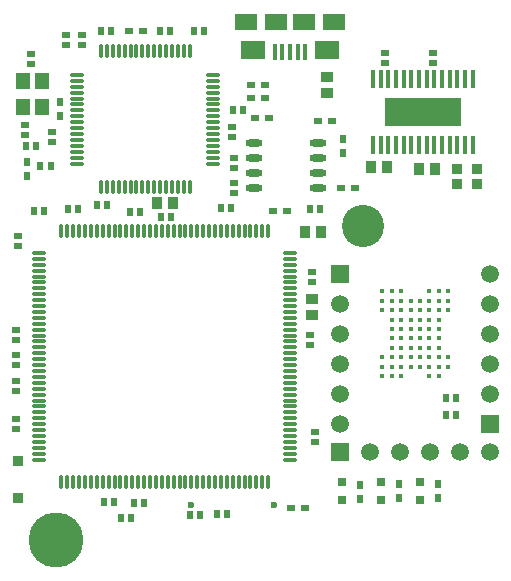
<source format=gts>
%FSLAX25Y25*%
%MOIN*%
G70*
G01*
G75*
%ADD10R,0.02362X0.02520*%
%ADD11R,0.02362X0.02953*%
%ADD12R,0.02953X0.02362*%
%ADD13R,0.03150X0.03150*%
%ADD14R,0.02520X0.02362*%
%ADD15O,0.01181X0.04724*%
%ADD16O,0.04724X0.01181*%
%ADD17R,0.03937X0.03543*%
%ADD18R,0.03543X0.03937*%
%ADD19R,0.07480X0.05709*%
%ADD20R,0.08268X0.06299*%
%ADD21R,0.01575X0.05315*%
%ADD22R,0.03740X0.03347*%
%ADD23O,0.05709X0.02362*%
%ADD24R,0.01181X0.06299*%
%ADD25R,0.25433X0.09449*%
%ADD26R,0.04528X0.05512*%
%ADD27C,0.01614*%
%ADD28R,0.03740X0.03543*%
%ADD29O,0.01378X0.05315*%
%ADD30O,0.05315X0.01378*%
%ADD36R,0.05905X0.05905*%
%ADD37C,0.05905*%
%ADD38R,0.05905X0.05905*%
%ADD39C,0.02362*%
%ADD40C,0.14094*%
%ADD41C,0.18315*%
D10*
X281732Y233500D02*
D03*
X278268D02*
D03*
X242268Y352500D02*
D03*
X245732D02*
D03*
X385732Y268500D02*
D03*
X382268D02*
D03*
X382268Y263000D02*
D03*
X385732D02*
D03*
X270732Y391000D02*
D03*
X267268D02*
D03*
X265768Y333000D02*
D03*
X269232D02*
D03*
X314732Y364500D02*
D03*
X311268D02*
D03*
X286768Y391000D02*
D03*
X290232D02*
D03*
X298268D02*
D03*
X301732D02*
D03*
X336768Y331500D02*
D03*
X340232D02*
D03*
X296768Y229500D02*
D03*
X300232D02*
D03*
X305768Y230000D02*
D03*
X309232D02*
D03*
X268268Y234000D02*
D03*
X271732D02*
D03*
X277232Y228500D02*
D03*
X273768D02*
D03*
X307268Y332000D02*
D03*
X310732D02*
D03*
X247000Y346000D02*
D03*
X250465D02*
D03*
X248232Y331000D02*
D03*
X244768D02*
D03*
X259732Y331500D02*
D03*
X256268D02*
D03*
X280232Y330500D02*
D03*
X276768D02*
D03*
X290732Y329000D02*
D03*
X287268D02*
D03*
D11*
X366500Y235236D02*
D03*
Y239764D02*
D03*
X379500Y235236D02*
D03*
Y239764D02*
D03*
X353500Y234972D02*
D03*
Y239500D02*
D03*
X242500Y342736D02*
D03*
Y347264D02*
D03*
X348000Y350236D02*
D03*
Y354764D02*
D03*
X253500Y362736D02*
D03*
Y367264D02*
D03*
D12*
X335264Y232000D02*
D03*
X330736D02*
D03*
X276736Y391000D02*
D03*
X281264D02*
D03*
X323264Y362000D02*
D03*
X318736D02*
D03*
X344264Y361000D02*
D03*
X339736D02*
D03*
X347236Y338500D02*
D03*
X351764D02*
D03*
X324736Y331000D02*
D03*
X329264D02*
D03*
X317236Y368500D02*
D03*
X321764D02*
D03*
X317236Y373000D02*
D03*
X321764D02*
D03*
D13*
X360500Y240453D02*
D03*
Y234547D02*
D03*
X347500Y240453D02*
D03*
Y234547D02*
D03*
X373500Y240453D02*
D03*
Y234547D02*
D03*
D14*
X255500Y389732D02*
D03*
Y386268D02*
D03*
X261000Y389732D02*
D03*
Y386268D02*
D03*
X311500Y345268D02*
D03*
Y348732D02*
D03*
X378000Y383732D02*
D03*
Y380268D02*
D03*
X362000Y383732D02*
D03*
Y380268D02*
D03*
X251000Y353768D02*
D03*
Y357232D02*
D03*
X311000Y359000D02*
D03*
Y355535D02*
D03*
X311500Y336768D02*
D03*
Y340232D02*
D03*
X244000Y383232D02*
D03*
Y379768D02*
D03*
X242000Y356268D02*
D03*
Y359732D02*
D03*
X338500Y257232D02*
D03*
Y253768D02*
D03*
X239000Y261732D02*
D03*
Y258268D02*
D03*
X337500Y307268D02*
D03*
Y310732D02*
D03*
X337000Y289732D02*
D03*
Y286268D02*
D03*
X239500Y322732D02*
D03*
Y319268D02*
D03*
X239000Y287768D02*
D03*
Y291232D02*
D03*
Y283000D02*
D03*
Y279535D02*
D03*
Y274232D02*
D03*
Y270768D02*
D03*
D15*
X267236Y384138D02*
D03*
X269205D02*
D03*
X271173D02*
D03*
X273142D02*
D03*
X275110D02*
D03*
X277079D02*
D03*
X279047D02*
D03*
X281016D02*
D03*
X282984D02*
D03*
X284953D02*
D03*
X286921D02*
D03*
X288890D02*
D03*
X290858D02*
D03*
X292827D02*
D03*
X294795D02*
D03*
X296764D02*
D03*
Y338862D02*
D03*
X294795D02*
D03*
X292827D02*
D03*
X290858D02*
D03*
X288890D02*
D03*
X286921D02*
D03*
X284953D02*
D03*
X282984D02*
D03*
X281016D02*
D03*
X279047D02*
D03*
X277079D02*
D03*
X275110D02*
D03*
X273142D02*
D03*
X271173D02*
D03*
X269205D02*
D03*
X267236D02*
D03*
D16*
X304638Y376264D02*
D03*
Y374295D02*
D03*
Y372327D02*
D03*
Y370358D02*
D03*
Y368390D02*
D03*
Y366421D02*
D03*
Y364453D02*
D03*
Y362484D02*
D03*
Y360516D02*
D03*
Y358547D02*
D03*
Y356579D02*
D03*
Y354610D02*
D03*
Y352642D02*
D03*
Y350673D02*
D03*
Y348705D02*
D03*
Y346736D02*
D03*
X259362D02*
D03*
Y348705D02*
D03*
Y350673D02*
D03*
Y352642D02*
D03*
Y354610D02*
D03*
Y356579D02*
D03*
Y358547D02*
D03*
Y360516D02*
D03*
Y366421D02*
D03*
Y368390D02*
D03*
Y370358D02*
D03*
Y372327D02*
D03*
Y374295D02*
D03*
Y376264D02*
D03*
Y364453D02*
D03*
Y362484D02*
D03*
D17*
X342500Y370342D02*
D03*
Y375658D02*
D03*
X337500Y296342D02*
D03*
Y301658D02*
D03*
D18*
X373342Y345000D02*
D03*
X378658D02*
D03*
X357343Y345500D02*
D03*
X362657D02*
D03*
X340657Y324000D02*
D03*
X335343D02*
D03*
X285842Y333500D02*
D03*
X291158D02*
D03*
D19*
X315461Y394000D02*
D03*
X325500D02*
D03*
X334949D02*
D03*
X344988D02*
D03*
D20*
X318020Y384453D02*
D03*
X342429D02*
D03*
D21*
X330224Y383961D02*
D03*
X325106D02*
D03*
X335343D02*
D03*
X332784D02*
D03*
X327665D02*
D03*
D22*
X386000Y339941D02*
D03*
Y345059D02*
D03*
X392500Y339941D02*
D03*
Y345059D02*
D03*
D23*
X318272Y353500D02*
D03*
Y348500D02*
D03*
Y343500D02*
D03*
Y338500D02*
D03*
X339728Y353500D02*
D03*
Y348500D02*
D03*
Y343500D02*
D03*
Y338500D02*
D03*
D24*
X357866Y375024D02*
D03*
X360425D02*
D03*
X362984D02*
D03*
X365543D02*
D03*
X368102D02*
D03*
X370661D02*
D03*
X373220D02*
D03*
X375780D02*
D03*
X378339D02*
D03*
X380898D02*
D03*
X383457D02*
D03*
X386016D02*
D03*
X388575D02*
D03*
X391134D02*
D03*
Y352976D02*
D03*
X388575D02*
D03*
X386016D02*
D03*
X383457D02*
D03*
X380898D02*
D03*
X378339D02*
D03*
X375780D02*
D03*
X373220D02*
D03*
X370661D02*
D03*
X368102D02*
D03*
X365543D02*
D03*
X362984D02*
D03*
X360425D02*
D03*
X357866D02*
D03*
D25*
X374500Y364000D02*
D03*
D26*
X241350Y374331D02*
D03*
X247650D02*
D03*
X241350Y365669D02*
D03*
X247650D02*
D03*
D27*
X360976Y304173D02*
D03*
Y301024D02*
D03*
Y297874D02*
D03*
Y282126D02*
D03*
Y278976D02*
D03*
Y275827D02*
D03*
X364126Y304173D02*
D03*
Y301024D02*
D03*
Y297874D02*
D03*
Y294724D02*
D03*
Y291575D02*
D03*
Y288425D02*
D03*
Y285276D02*
D03*
Y282126D02*
D03*
Y278976D02*
D03*
Y275827D02*
D03*
X367276Y304173D02*
D03*
Y301024D02*
D03*
Y297874D02*
D03*
Y294724D02*
D03*
Y291575D02*
D03*
Y288425D02*
D03*
Y285276D02*
D03*
Y282126D02*
D03*
Y278976D02*
D03*
Y275827D02*
D03*
X370425Y301024D02*
D03*
Y297874D02*
D03*
Y294724D02*
D03*
Y291575D02*
D03*
Y288425D02*
D03*
Y285276D02*
D03*
Y282126D02*
D03*
Y278976D02*
D03*
X373575Y301024D02*
D03*
Y297874D02*
D03*
Y294724D02*
D03*
Y291575D02*
D03*
Y288425D02*
D03*
Y285276D02*
D03*
Y282126D02*
D03*
Y278976D02*
D03*
X376724Y304173D02*
D03*
Y301024D02*
D03*
Y297874D02*
D03*
Y294724D02*
D03*
Y291575D02*
D03*
Y288425D02*
D03*
Y285276D02*
D03*
Y282126D02*
D03*
Y278976D02*
D03*
Y275827D02*
D03*
X379874Y304173D02*
D03*
Y301024D02*
D03*
Y297874D02*
D03*
Y294724D02*
D03*
Y291575D02*
D03*
Y288425D02*
D03*
Y285276D02*
D03*
Y282126D02*
D03*
Y278976D02*
D03*
Y275827D02*
D03*
X383024Y304173D02*
D03*
Y301024D02*
D03*
Y297874D02*
D03*
Y282126D02*
D03*
Y278976D02*
D03*
D28*
X239500Y247701D02*
D03*
Y235299D02*
D03*
D29*
X322949Y240689D02*
D03*
X320980D02*
D03*
X319012D02*
D03*
X317043D02*
D03*
X315075D02*
D03*
X313106D02*
D03*
X311138D02*
D03*
X309169D02*
D03*
X307201D02*
D03*
X305232D02*
D03*
X303264D02*
D03*
X301295D02*
D03*
X299327D02*
D03*
X297358D02*
D03*
X295390D02*
D03*
X293421D02*
D03*
X291453D02*
D03*
X289484D02*
D03*
X287516D02*
D03*
X285547D02*
D03*
X283579D02*
D03*
X281610D02*
D03*
X279642D02*
D03*
X277673D02*
D03*
X275705D02*
D03*
X273736D02*
D03*
X271768D02*
D03*
X269799D02*
D03*
X267831D02*
D03*
X265862D02*
D03*
X263894D02*
D03*
X261925D02*
D03*
X259957D02*
D03*
X257988D02*
D03*
X256020D02*
D03*
X254051D02*
D03*
Y324311D02*
D03*
X256020D02*
D03*
X257988D02*
D03*
X259957D02*
D03*
X261925D02*
D03*
X263894D02*
D03*
X265862D02*
D03*
X267831D02*
D03*
X269799D02*
D03*
X271768D02*
D03*
X273736D02*
D03*
X275705D02*
D03*
X277673D02*
D03*
X279642D02*
D03*
X281610D02*
D03*
X283579D02*
D03*
X285547D02*
D03*
X287516D02*
D03*
X289484D02*
D03*
X291453D02*
D03*
X293421D02*
D03*
X295390D02*
D03*
X297358D02*
D03*
X299327D02*
D03*
X301295D02*
D03*
X303264D02*
D03*
X305232D02*
D03*
X307201D02*
D03*
X309169D02*
D03*
X311138D02*
D03*
X313106D02*
D03*
X315075D02*
D03*
X317043D02*
D03*
X319012D02*
D03*
X320980D02*
D03*
X322949D02*
D03*
D30*
X246689Y248051D02*
D03*
Y250020D02*
D03*
Y251988D02*
D03*
Y253957D02*
D03*
Y255925D02*
D03*
Y257894D02*
D03*
Y259862D02*
D03*
Y261831D02*
D03*
Y263799D02*
D03*
Y265768D02*
D03*
Y267736D02*
D03*
Y269705D02*
D03*
Y271673D02*
D03*
Y273642D02*
D03*
Y275610D02*
D03*
Y277579D02*
D03*
Y279547D02*
D03*
Y281516D02*
D03*
Y283484D02*
D03*
Y285453D02*
D03*
Y287421D02*
D03*
Y289390D02*
D03*
Y291358D02*
D03*
Y293327D02*
D03*
Y295295D02*
D03*
Y297264D02*
D03*
Y299232D02*
D03*
Y301201D02*
D03*
Y303169D02*
D03*
Y305138D02*
D03*
Y307106D02*
D03*
Y309075D02*
D03*
Y311043D02*
D03*
Y313012D02*
D03*
Y314980D02*
D03*
Y316949D02*
D03*
X330311D02*
D03*
Y314980D02*
D03*
Y313012D02*
D03*
Y311043D02*
D03*
Y309075D02*
D03*
Y307106D02*
D03*
Y305138D02*
D03*
Y303169D02*
D03*
Y301201D02*
D03*
Y299232D02*
D03*
Y297264D02*
D03*
Y295295D02*
D03*
Y293327D02*
D03*
Y291358D02*
D03*
Y289390D02*
D03*
Y287421D02*
D03*
Y285453D02*
D03*
Y283484D02*
D03*
Y281516D02*
D03*
Y279547D02*
D03*
Y277579D02*
D03*
Y275610D02*
D03*
Y273642D02*
D03*
Y271673D02*
D03*
Y269705D02*
D03*
Y267736D02*
D03*
Y265768D02*
D03*
Y263799D02*
D03*
Y261831D02*
D03*
Y259862D02*
D03*
Y257894D02*
D03*
Y255925D02*
D03*
Y253957D02*
D03*
Y251988D02*
D03*
Y250020D02*
D03*
Y248051D02*
D03*
D36*
X397000Y260063D02*
D03*
X347000Y310063D02*
D03*
D37*
X397000Y270063D02*
D03*
Y280063D02*
D03*
Y290063D02*
D03*
Y300063D02*
D03*
Y310063D02*
D03*
X347000Y300063D02*
D03*
Y290063D02*
D03*
Y280063D02*
D03*
Y270063D02*
D03*
Y260063D02*
D03*
X357000Y250563D02*
D03*
X367000D02*
D03*
X377000D02*
D03*
X387000D02*
D03*
X397000D02*
D03*
D38*
X347000D02*
D03*
D39*
X324921Y233020D02*
D03*
X297362D02*
D03*
D40*
X354468Y325917D02*
D03*
D41*
X252260Y221358D02*
D03*
M02*

</source>
